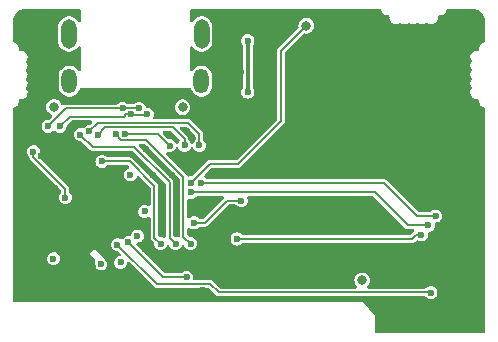
<source format=gbr>
%TF.GenerationSoftware,KiCad,Pcbnew,7.0.10*%
%TF.CreationDate,2024-04-07T01:49:58-04:00*%
%TF.ProjectId,pixie-rev-4,70697869-652d-4726-9576-2d342e6b6963,rev?*%
%TF.SameCoordinates,Original*%
%TF.FileFunction,Copper,L3,Inr*%
%TF.FilePolarity,Positive*%
%FSLAX46Y46*%
G04 Gerber Fmt 4.6, Leading zero omitted, Abs format (unit mm)*
G04 Created by KiCad (PCBNEW 7.0.10) date 2024-04-07 01:49:58*
%MOMM*%
%LPD*%
G01*
G04 APERTURE LIST*
%TA.AperFunction,ComponentPad*%
%ADD10O,1.300000X2.100000*%
%TD*%
%TA.AperFunction,ComponentPad*%
%ADD11O,1.300000X2.500000*%
%TD*%
%TA.AperFunction,ComponentPad*%
%ADD12R,0.900000X0.500000*%
%TD*%
%TA.AperFunction,ViaPad*%
%ADD13C,0.600000*%
%TD*%
%TA.AperFunction,ViaPad*%
%ADD14C,0.808000*%
%TD*%
%TA.AperFunction,Conductor*%
%ADD15C,0.150000*%
%TD*%
%TA.AperFunction,Conductor*%
%ADD16C,0.300000*%
%TD*%
G04 APERTURE END LIST*
D10*
%TO.N,unconnected-(J1-SHEILD-PadS1)*%
%TO.C,J1*%
X115980000Y-76100000D03*
D11*
%TO.N,unconnected-(J1-SHEILD-PadS2)*%
X116000000Y-72100000D03*
D10*
%TO.N,unconnected-(J1-SHEILD-PadS3)*%
X104780000Y-76100000D03*
D11*
%TO.N,unconnected-(J1-SHEILD-PadS4)*%
X104760000Y-72100000D03*
%TD*%
D12*
%TO.N,GND*%
%TO.C,AE1*%
X101500000Y-94550000D03*
%TD*%
D13*
%TO.N,GND*%
X105050000Y-82750000D03*
X105250000Y-91425000D03*
X101450000Y-83850000D03*
D14*
X128500000Y-72300000D03*
D13*
X114500000Y-94500000D03*
X100500000Y-92800000D03*
X102380498Y-78950000D03*
X116525500Y-90550000D03*
X120500000Y-79200000D03*
X100500000Y-89400000D03*
X117650000Y-90800000D03*
X100500000Y-87700000D03*
X104650000Y-83500000D03*
X132050000Y-88500000D03*
X100500000Y-80900000D03*
X106700000Y-91325000D03*
X105600000Y-94500000D03*
X115600000Y-94500000D03*
X108325000Y-87825000D03*
X139500000Y-96500000D03*
X102300000Y-93700000D03*
X113410000Y-80700000D03*
X138299999Y-70500000D03*
X107300000Y-85050000D03*
X102350000Y-83950000D03*
X139500000Y-83000000D03*
X100500000Y-91100000D03*
X120850000Y-83350000D03*
X106400000Y-77280000D03*
X102800000Y-89500000D03*
X131700000Y-92800000D03*
X111220000Y-90280000D03*
X110075000Y-94500000D03*
X113400000Y-94500000D03*
X118800000Y-83900000D03*
X101800000Y-89500000D03*
X104360000Y-91560000D03*
X101275000Y-88700000D03*
X108650000Y-92150000D03*
X118900000Y-87350000D03*
X100500000Y-93700000D03*
X104525000Y-92625000D03*
X103600000Y-92900000D03*
X105225000Y-92150000D03*
X102900000Y-84800000D03*
X139500000Y-94000000D03*
X106400000Y-86975000D03*
X118750000Y-82300000D03*
X100500000Y-86000000D03*
X128000000Y-78450000D03*
X116700000Y-94500000D03*
X102435500Y-81400000D03*
X128250000Y-83300000D03*
X104500000Y-94500000D03*
X100518219Y-94527124D03*
X107825000Y-92400000D03*
X108900000Y-94500000D03*
X107240000Y-92960000D03*
X102410355Y-82405576D03*
X108057133Y-89914906D03*
X104850000Y-81150000D03*
X105400000Y-83950000D03*
X104750000Y-81950000D03*
X125150000Y-90450000D03*
X103600000Y-85150000D03*
X111200000Y-93500000D03*
X126400000Y-94500000D03*
X130650000Y-72450000D03*
X105950000Y-93900000D03*
X103000000Y-93600000D03*
X100500000Y-84300000D03*
X107300000Y-85925000D03*
X124150000Y-75050000D03*
X102500000Y-90700000D03*
X120600000Y-70500000D03*
X104800000Y-74200000D03*
X107275000Y-86950000D03*
X106700000Y-94500000D03*
X116450000Y-79750000D03*
X108700000Y-93300000D03*
X139500000Y-72400000D03*
X125900000Y-70500000D03*
D14*
X118400000Y-71400000D03*
D13*
X130500000Y-82000000D03*
X111200000Y-94500000D03*
X124900000Y-83500000D03*
X127250000Y-86500000D03*
X101400000Y-93700000D03*
X109175000Y-85925000D03*
X120800000Y-91550000D03*
X114730000Y-80330000D03*
X102380498Y-80450000D03*
X115100000Y-87025000D03*
X100500000Y-70700000D03*
X105300000Y-89500000D03*
X135550000Y-92050000D03*
X129300000Y-91300000D03*
X107500000Y-91600000D03*
X124550000Y-79350000D03*
X119900000Y-94500000D03*
X118500000Y-92200000D03*
X111850000Y-84025000D03*
X109900000Y-92700000D03*
X123000000Y-91400000D03*
X139500000Y-90000000D03*
X102600000Y-94429978D03*
X103400000Y-70500000D03*
X108300000Y-85925000D03*
X116600000Y-77500000D03*
X106400000Y-85925000D03*
X112600000Y-87025000D03*
X132050000Y-95500000D03*
X111274204Y-81816717D03*
X130500000Y-74500000D03*
X104760000Y-90780000D03*
X116650000Y-81250000D03*
X124800000Y-88400000D03*
X109175000Y-86950000D03*
D14*
X126350000Y-92950000D03*
D13*
X103500000Y-88800000D03*
X121900000Y-73100000D03*
X115650000Y-79200000D03*
X104100000Y-82800000D03*
X123200000Y-86300000D03*
X120900000Y-87400000D03*
X112300000Y-94500000D03*
X116100000Y-93800000D03*
X105100000Y-79850000D03*
X105050000Y-94100000D03*
X103500000Y-81500000D03*
X106550000Y-93425000D03*
X117100000Y-74000000D03*
X113900000Y-87025000D03*
X114380000Y-77280000D03*
X108300000Y-85050000D03*
X105300000Y-88870000D03*
X119300000Y-75300000D03*
X130100000Y-70500000D03*
X113500000Y-84025000D03*
X116550000Y-86300000D03*
X107800000Y-94500000D03*
X128250000Y-88200000D03*
X139500000Y-87000000D03*
X108300000Y-86975000D03*
X103700000Y-86100000D03*
X139500000Y-80000000D03*
%TO.N,/SW_4*%
X135400000Y-94000000D03*
X108859122Y-89940878D03*
D14*
%TO.N,/PIXEL*%
X124850000Y-71400000D03*
D13*
X115100000Y-84700000D03*
%TO.N,/SW_3*%
X119000000Y-89450000D03*
X134600000Y-89100000D03*
D14*
%TO.N,5V*%
X129580000Y-92950000D03*
X103500000Y-78270000D03*
X114375000Y-78300000D03*
D13*
%TO.N,3V3*%
X111179617Y-87124045D03*
X109960000Y-84020000D03*
X109125000Y-91425000D03*
X110545000Y-89200000D03*
X103450000Y-91125000D03*
%TO.N,/MCU/CHIP_PU*%
X114720000Y-92700000D03*
X109800000Y-89750000D03*
%TO.N,/Power/USB_D+*%
X110700000Y-78400000D03*
X109300000Y-78400000D03*
X103000000Y-79900000D03*
%TO.N,/Power/USB_D-*%
X110000000Y-78900000D03*
X111400000Y-78900000D03*
X104000000Y-79900000D03*
%TO.N,/MCU/DISP_DC*%
X119350000Y-86200000D03*
X115350000Y-88083128D03*
%TO.N,/MCU/FLASH_CS0*%
X112515500Y-89850000D03*
X107550000Y-82875000D03*
%TO.N,/MCU/FLASH_IO0*%
X106475000Y-80340000D03*
X115805000Y-81530000D03*
%TO.N,/MCU/FLASH_IO2*%
X108720000Y-80580000D03*
X115055500Y-89850000D03*
%TO.N,/MCU/FLASH_CLK*%
X114550000Y-81525000D03*
X107225000Y-80610000D03*
%TO.N,/MCU/FLASH_IO1*%
X113785500Y-89850000D03*
X105730000Y-80610000D03*
%TO.N,/MCU/FLASH_IO3*%
X109480000Y-80521770D03*
X113275000Y-81540000D03*
%TO.N,Net-(J2-LEDK)*%
X119900000Y-72650000D03*
X119900000Y-77000000D03*
%TO.N,Net-(U4-U0TXD{slash}GPIO21)*%
X101750000Y-82050000D03*
X104450000Y-85950000D03*
%TO.N,/MCU/SW_1*%
X135800000Y-87500000D03*
X115975000Y-84700000D03*
%TO.N,/MCU/SW_2*%
X135200000Y-88300000D03*
X115100000Y-85500000D03*
%TD*%
D15*
%TO.N,/SW_4*%
X135375000Y-93975000D02*
X117425000Y-93975000D01*
X117425000Y-93975000D02*
X116725000Y-93275000D01*
X116725000Y-93275000D02*
X112193244Y-93275000D01*
X112193244Y-93275000D02*
X108859122Y-89940878D01*
X135400000Y-94000000D02*
X135375000Y-93975000D01*
%TO.N,/PIXEL*%
X124850000Y-71400000D02*
X122700000Y-73550000D01*
X119100000Y-83100000D02*
X116700000Y-83100000D01*
X122700000Y-73550000D02*
X122700000Y-79500000D01*
X116700000Y-83100000D02*
X115100000Y-84700000D01*
X122700000Y-79500000D02*
X119100000Y-83100000D01*
%TO.N,/SW_3*%
X133825000Y-89450000D02*
X134175000Y-89100000D01*
X134175000Y-89100000D02*
X134600000Y-89100000D01*
X119000000Y-89450000D02*
X133825000Y-89450000D01*
%TO.N,/MCU/CHIP_PU*%
X112750000Y-92700000D02*
X109800000Y-89750000D01*
X114720000Y-92700000D02*
X112750000Y-92700000D01*
%TO.N,/Power/USB_D+*%
X110675000Y-78375000D02*
X109325000Y-78375000D01*
X104114500Y-78785500D02*
X104114500Y-78775500D01*
X103000000Y-79900000D02*
X104114500Y-78785500D01*
X104114500Y-78775500D02*
X104490000Y-78400000D01*
X109325000Y-78375000D02*
X109300000Y-78400000D01*
X110700000Y-78400000D02*
X110675000Y-78375000D01*
X104490000Y-78400000D02*
X109300000Y-78400000D01*
%TO.N,/Power/USB_D-*%
X111375000Y-78925000D02*
X110025000Y-78925000D01*
X110025000Y-78925000D02*
X110000000Y-78900000D01*
X109390000Y-79090000D02*
X109580000Y-78900000D01*
X104000000Y-79900000D02*
X104810000Y-79090000D01*
X104810000Y-79090000D02*
X109390000Y-79090000D01*
X109580000Y-78900000D02*
X110000000Y-78900000D01*
X111400000Y-78900000D02*
X111375000Y-78925000D01*
%TO.N,/MCU/DISP_DC*%
X119350000Y-86200000D02*
X118150000Y-86200000D01*
X118150000Y-86200000D02*
X116266872Y-88083128D01*
X116266872Y-88083128D02*
X115350000Y-88083128D01*
%TO.N,/MCU/FLASH_CS0*%
X112000000Y-89334500D02*
X112000000Y-84975000D01*
X112000000Y-84975000D02*
X109900000Y-82875000D01*
X109900000Y-82875000D02*
X107550000Y-82875000D01*
X112515500Y-89850000D02*
X112000000Y-89334500D01*
%TO.N,/MCU/FLASH_IO0*%
X107190000Y-79625000D02*
X106475000Y-80340000D01*
X114835000Y-79625000D02*
X107190000Y-79625000D01*
X115805000Y-80595000D02*
X114835000Y-79625000D01*
X115805000Y-81530000D02*
X115805000Y-80595000D01*
%TO.N,/MCU/FLASH_IO2*%
X109186770Y-81046770D02*
X108720000Y-80580000D01*
X111296770Y-81046770D02*
X109186770Y-81046770D01*
X114450000Y-89244500D02*
X114450000Y-84200000D01*
X114450000Y-84200000D02*
X111296770Y-81046770D01*
X115055500Y-89850000D02*
X114450000Y-89244500D01*
%TO.N,/MCU/FLASH_CLK*%
X113546770Y-79996770D02*
X107838230Y-79996770D01*
X114550000Y-81000000D02*
X113546770Y-79996770D01*
X107838230Y-79996770D02*
X107225000Y-80610000D01*
X114550000Y-81525000D02*
X114550000Y-81000000D01*
%TO.N,/MCU/FLASH_IO1*%
X110300000Y-81675000D02*
X106795000Y-81675000D01*
X113275000Y-84650000D02*
X110300000Y-81675000D01*
X106795000Y-81675000D02*
X105730000Y-80610000D01*
X113785500Y-89850000D02*
X113275000Y-89339500D01*
X113275000Y-89339500D02*
X113275000Y-84650000D01*
%TO.N,/MCU/FLASH_IO3*%
X112256770Y-80521770D02*
X113275000Y-81540000D01*
X109480000Y-80521770D02*
X112256770Y-80521770D01*
D16*
%TO.N,Net-(J2-LEDK)*%
X119900000Y-77000000D02*
X119900000Y-72650000D01*
D15*
%TO.N,Net-(U4-U0TXD{slash}GPIO21)*%
X101750000Y-82500000D02*
X104450000Y-85200000D01*
X104450000Y-85200000D02*
X104450000Y-85950000D01*
X101750000Y-82050000D02*
X101750000Y-82500000D01*
%TO.N,/MCU/SW_1*%
X135800000Y-87500000D02*
X134200000Y-87500000D01*
X134200000Y-87500000D02*
X131400000Y-84700000D01*
X131400000Y-84700000D02*
X115975000Y-84700000D01*
%TO.N,/MCU/SW_2*%
X133450000Y-88300000D02*
X130650000Y-85500000D01*
X135200000Y-88300000D02*
X133450000Y-88300000D01*
X130650000Y-85500000D02*
X115100000Y-85500000D01*
%TD*%
%TA.AperFunction,Conductor*%
%TO.N,GND*%
G36*
X111176218Y-81396272D02*
G01*
X111197192Y-81413175D01*
X114083595Y-84299578D01*
X114117621Y-84361890D01*
X114120500Y-84388673D01*
X114120500Y-89200002D01*
X114100498Y-89268123D01*
X114046842Y-89314616D01*
X113976568Y-89324720D01*
X113946284Y-89316412D01*
X113930252Y-89309771D01*
X113785501Y-89290715D01*
X113785500Y-89290715D01*
X113764650Y-89293459D01*
X113694502Y-89282516D01*
X113659114Y-89257631D01*
X113641405Y-89239922D01*
X113607379Y-89177610D01*
X113604500Y-89150827D01*
X113604500Y-84669869D01*
X113604980Y-84658886D01*
X113608309Y-84620839D01*
X113608308Y-84620836D01*
X113598419Y-84583930D01*
X113596039Y-84573193D01*
X113589406Y-84535570D01*
X113587486Y-84530296D01*
X113580599Y-84513668D01*
X113578235Y-84508598D01*
X113556316Y-84477296D01*
X113550417Y-84468037D01*
X113531305Y-84434934D01*
X113502024Y-84410364D01*
X113493922Y-84402939D01*
X110682348Y-81591365D01*
X110648322Y-81529053D01*
X110653387Y-81458238D01*
X110695934Y-81401402D01*
X110762454Y-81376591D01*
X110771443Y-81376270D01*
X111108097Y-81376270D01*
X111176218Y-81396272D01*
G37*
%TD.AperFunction*%
%TA.AperFunction,Conductor*%
G36*
X117818447Y-85849502D02*
G01*
X117864940Y-85903158D01*
X117875044Y-85973432D01*
X117845550Y-86038012D01*
X117839421Y-86044595D01*
X116167294Y-87716723D01*
X116104982Y-87750748D01*
X116078199Y-87753628D01*
X115858234Y-87753628D01*
X115790113Y-87733626D01*
X115758272Y-87704333D01*
X115745474Y-87687654D01*
X115745472Y-87687652D01*
X115745471Y-87687651D01*
X115629649Y-87598777D01*
X115629641Y-87598772D01*
X115494752Y-87542899D01*
X115350000Y-87523843D01*
X115205247Y-87542899D01*
X115137802Y-87570836D01*
X115070358Y-87598773D01*
X115070357Y-87598774D01*
X115070356Y-87598774D01*
X114982204Y-87666416D01*
X114915983Y-87692016D01*
X114846435Y-87677751D01*
X114795639Y-87628150D01*
X114779500Y-87566453D01*
X114779500Y-86156003D01*
X114799502Y-86087882D01*
X114853158Y-86041389D01*
X114923432Y-86031285D01*
X114953717Y-86039595D01*
X114955246Y-86040228D01*
X115100000Y-86059285D01*
X115244754Y-86040228D01*
X115379643Y-85984355D01*
X115495474Y-85895474D01*
X115508272Y-85878795D01*
X115565609Y-85836929D01*
X115608234Y-85829500D01*
X117750326Y-85829500D01*
X117818447Y-85849502D01*
G37*
%TD.AperFunction*%
%TA.AperFunction,Conductor*%
G36*
X113426218Y-80346272D02*
G01*
X113447192Y-80363175D01*
X114102014Y-81017997D01*
X114136040Y-81080309D01*
X114130975Y-81151124D01*
X114112883Y-81183794D01*
X114065648Y-81245352D01*
X114065642Y-81245363D01*
X114025801Y-81341547D01*
X113981253Y-81396828D01*
X113913889Y-81419248D01*
X113845098Y-81401689D01*
X113796720Y-81349727D01*
X113792993Y-81341568D01*
X113759355Y-81260358D01*
X113670474Y-81144526D01*
X113670472Y-81144524D01*
X113670471Y-81144523D01*
X113554649Y-81055649D01*
X113554641Y-81055644D01*
X113419752Y-80999771D01*
X113275001Y-80980715D01*
X113275000Y-80980715D01*
X113254150Y-80983459D01*
X113184002Y-80972516D01*
X113148614Y-80947631D01*
X112742348Y-80541365D01*
X112708322Y-80479053D01*
X112713387Y-80408238D01*
X112755934Y-80351402D01*
X112822454Y-80326591D01*
X112831443Y-80326270D01*
X113358097Y-80326270D01*
X113426218Y-80346272D01*
G37*
%TD.AperFunction*%
%TA.AperFunction,Conductor*%
G36*
X114714448Y-79974502D02*
G01*
X114735422Y-79991405D01*
X115438595Y-80694578D01*
X115472621Y-80756890D01*
X115475500Y-80783673D01*
X115475500Y-81021766D01*
X115455498Y-81089887D01*
X115426208Y-81121725D01*
X115416046Y-81129523D01*
X115409526Y-81134526D01*
X115320646Y-81250356D01*
X115320643Y-81250361D01*
X115294943Y-81312406D01*
X115250394Y-81367686D01*
X115183030Y-81390106D01*
X115114239Y-81372547D01*
X115065862Y-81320584D01*
X115062127Y-81312406D01*
X115034355Y-81245358D01*
X115034351Y-81245353D01*
X115034350Y-81245351D01*
X114975982Y-81169285D01*
X114945474Y-81129526D01*
X114944046Y-81128430D01*
X114929047Y-81116920D01*
X114887181Y-81059581D01*
X114880234Y-81005979D01*
X114883309Y-80970839D01*
X114873418Y-80933927D01*
X114871039Y-80923193D01*
X114864406Y-80885570D01*
X114862486Y-80880296D01*
X114855599Y-80863668D01*
X114853235Y-80858598D01*
X114831316Y-80827296D01*
X114825417Y-80818037D01*
X114806305Y-80784934D01*
X114777024Y-80760364D01*
X114768922Y-80752939D01*
X114185578Y-80169595D01*
X114151552Y-80107283D01*
X114156617Y-80036468D01*
X114199164Y-79979632D01*
X114265684Y-79954821D01*
X114274673Y-79954500D01*
X114646327Y-79954500D01*
X114714448Y-79974502D01*
G37*
%TD.AperFunction*%
%TA.AperFunction,Conductor*%
G36*
X105701621Y-70020502D02*
G01*
X105748114Y-70074158D01*
X105759500Y-70126500D01*
X105759500Y-70951947D01*
X105739498Y-71020068D01*
X105685842Y-71066561D01*
X105615568Y-71076665D01*
X105550988Y-71047171D01*
X105524381Y-71014948D01*
X105518925Y-71005498D01*
X105495786Y-70965420D01*
X105368562Y-70824123D01*
X105252862Y-70740062D01*
X105214741Y-70712365D01*
X105041045Y-70635031D01*
X104855067Y-70595500D01*
X104664933Y-70595500D01*
X104478954Y-70635031D01*
X104305258Y-70712365D01*
X104151438Y-70824122D01*
X104024215Y-70965418D01*
X104024214Y-70965420D01*
X104001075Y-71005498D01*
X103929148Y-71130077D01*
X103870391Y-71310908D01*
X103855500Y-71452593D01*
X103855500Y-72747406D01*
X103870391Y-72889091D01*
X103888185Y-72943854D01*
X103927872Y-73065997D01*
X103929148Y-73069922D01*
X103941885Y-73091982D01*
X104024214Y-73234580D01*
X104151438Y-73375877D01*
X104305259Y-73487635D01*
X104478955Y-73564969D01*
X104664933Y-73604500D01*
X104855067Y-73604500D01*
X105041045Y-73564969D01*
X105214741Y-73487635D01*
X105368562Y-73375877D01*
X105495786Y-73234580D01*
X105524381Y-73185051D01*
X105575764Y-73136059D01*
X105645477Y-73122623D01*
X105711388Y-73149009D01*
X105752570Y-73206842D01*
X105759500Y-73248052D01*
X105759500Y-75117306D01*
X105739498Y-75185427D01*
X105685842Y-75231920D01*
X105615568Y-75242024D01*
X105550988Y-75212530D01*
X105524382Y-75180309D01*
X105515786Y-75165420D01*
X105388562Y-75024123D01*
X105336207Y-74986085D01*
X105234741Y-74912365D01*
X105061045Y-74835031D01*
X104875067Y-74795500D01*
X104684933Y-74795500D01*
X104498954Y-74835031D01*
X104325258Y-74912365D01*
X104171438Y-75024122D01*
X104044215Y-75165418D01*
X104044214Y-75165420D01*
X104035618Y-75180309D01*
X103949148Y-75330077D01*
X103890391Y-75510908D01*
X103875500Y-75652593D01*
X103875500Y-76547406D01*
X103890391Y-76689091D01*
X103910552Y-76751139D01*
X103949147Y-76869920D01*
X104044214Y-77034580D01*
X104171438Y-77175877D01*
X104325259Y-77287635D01*
X104498955Y-77364969D01*
X104684933Y-77404500D01*
X104875067Y-77404500D01*
X105061045Y-77364969D01*
X105234741Y-77287635D01*
X105388562Y-77175877D01*
X105515786Y-77034580D01*
X105610853Y-76869920D01*
X105653848Y-76737594D01*
X105693922Y-76678989D01*
X105737176Y-76660709D01*
X105736924Y-76660098D01*
X105736982Y-76660074D01*
X105740186Y-76659437D01*
X105759318Y-76651352D01*
X105773604Y-76650531D01*
X105785023Y-76650524D01*
X105785023Y-76650526D01*
X105785158Y-76650500D01*
X114974842Y-76650500D01*
X114974976Y-76650526D01*
X114974977Y-76650524D01*
X114986395Y-76650531D01*
X115010095Y-76657505D01*
X115023018Y-76660074D01*
X115023076Y-76660098D01*
X115022623Y-76661192D01*
X115054504Y-76670575D01*
X115100964Y-76724259D01*
X115106151Y-76737594D01*
X115110552Y-76751139D01*
X115149147Y-76869920D01*
X115244214Y-77034580D01*
X115371438Y-77175877D01*
X115525259Y-77287635D01*
X115698955Y-77364969D01*
X115884933Y-77404500D01*
X116075067Y-77404500D01*
X116261045Y-77364969D01*
X116434741Y-77287635D01*
X116588562Y-77175877D01*
X116715786Y-77034580D01*
X116735751Y-77000000D01*
X119340715Y-77000000D01*
X119359771Y-77144752D01*
X119415644Y-77279641D01*
X119415649Y-77279649D01*
X119504525Y-77395474D01*
X119616042Y-77481044D01*
X119620357Y-77484355D01*
X119755246Y-77540228D01*
X119900000Y-77559285D01*
X120044754Y-77540228D01*
X120179643Y-77484355D01*
X120295474Y-77395474D01*
X120384355Y-77279643D01*
X120440228Y-77144754D01*
X120459285Y-77000000D01*
X120440228Y-76855246D01*
X120384355Y-76720358D01*
X120384350Y-76720351D01*
X120330537Y-76650219D01*
X120304937Y-76583998D01*
X120304500Y-76573516D01*
X120304500Y-73076482D01*
X120324502Y-73008361D01*
X120330529Y-72999788D01*
X120384355Y-72929643D01*
X120440228Y-72794754D01*
X120459285Y-72650000D01*
X120440228Y-72505246D01*
X120384355Y-72370358D01*
X120295474Y-72254526D01*
X120295472Y-72254524D01*
X120295471Y-72254523D01*
X120179649Y-72165649D01*
X120179641Y-72165644D01*
X120044752Y-72109771D01*
X119900000Y-72090715D01*
X119755247Y-72109771D01*
X119687802Y-72137708D01*
X119620358Y-72165645D01*
X119620357Y-72165646D01*
X119620356Y-72165646D01*
X119504526Y-72254526D01*
X119415646Y-72370356D01*
X119415645Y-72370358D01*
X119387708Y-72437802D01*
X119359771Y-72505247D01*
X119340715Y-72649999D01*
X119340715Y-72650000D01*
X119359771Y-72794752D01*
X119392403Y-72873531D01*
X119415645Y-72929643D01*
X119469462Y-72999778D01*
X119495063Y-73065997D01*
X119495500Y-73076482D01*
X119495500Y-76573516D01*
X119475498Y-76641637D01*
X119469463Y-76650219D01*
X119415649Y-76720351D01*
X119415646Y-76720356D01*
X119415645Y-76720358D01*
X119402895Y-76751139D01*
X119359771Y-76855247D01*
X119340715Y-76999999D01*
X119340715Y-77000000D01*
X116735751Y-77000000D01*
X116810853Y-76869920D01*
X116869608Y-76689092D01*
X116884500Y-76547401D01*
X116884500Y-75652599D01*
X116869608Y-75510908D01*
X116810853Y-75330080D01*
X116715786Y-75165420D01*
X116588562Y-75024123D01*
X116536207Y-74986085D01*
X116434741Y-74912365D01*
X116261045Y-74835031D01*
X116075067Y-74795500D01*
X115884933Y-74795500D01*
X115698954Y-74835031D01*
X115525258Y-74912365D01*
X115371438Y-75024122D01*
X115244215Y-75165418D01*
X115244214Y-75165420D01*
X115235618Y-75180309D01*
X115184234Y-75229301D01*
X115114520Y-75242735D01*
X115048609Y-75216347D01*
X115007429Y-75158514D01*
X115000500Y-75117306D01*
X115000500Y-73248052D01*
X115020502Y-73179931D01*
X115074158Y-73133438D01*
X115144432Y-73123334D01*
X115209012Y-73152828D01*
X115235618Y-73185051D01*
X115264214Y-73234580D01*
X115391438Y-73375877D01*
X115545259Y-73487635D01*
X115718955Y-73564969D01*
X115904933Y-73604500D01*
X116095067Y-73604500D01*
X116281045Y-73564969D01*
X116454741Y-73487635D01*
X116608562Y-73375877D01*
X116735786Y-73234580D01*
X116830853Y-73069920D01*
X116889608Y-72889092D01*
X116904500Y-72747401D01*
X116904500Y-71452599D01*
X116889608Y-71310908D01*
X116830853Y-71130080D01*
X116735786Y-70965420D01*
X116608562Y-70824123D01*
X116492862Y-70740062D01*
X116454741Y-70712365D01*
X116281045Y-70635031D01*
X116095067Y-70595500D01*
X115904933Y-70595500D01*
X115718954Y-70635031D01*
X115545258Y-70712365D01*
X115391438Y-70824122D01*
X115264215Y-70965418D01*
X115264214Y-70965419D01*
X115235619Y-71014948D01*
X115184235Y-71063941D01*
X115114522Y-71077376D01*
X115048611Y-71050989D01*
X115007430Y-70993156D01*
X115000500Y-70951947D01*
X115000500Y-70126500D01*
X115020502Y-70058379D01*
X115074158Y-70011886D01*
X115126500Y-70000500D01*
X131085295Y-70000500D01*
X131153416Y-70020502D01*
X131199909Y-70074158D01*
X131207000Y-70093885D01*
X131222942Y-70153378D01*
X131233607Y-70193183D01*
X131233610Y-70193190D01*
X131299497Y-70307310D01*
X131299505Y-70307320D01*
X131392679Y-70400494D01*
X131392684Y-70400498D01*
X131392686Y-70400500D01*
X131392687Y-70400501D01*
X131392689Y-70400502D01*
X131433294Y-70423945D01*
X131506814Y-70466392D01*
X131634108Y-70500500D01*
X131634110Y-70500500D01*
X131774150Y-70500500D01*
X131774150Y-70503335D01*
X131830649Y-70512134D01*
X131883758Y-70559251D01*
X131902962Y-70627601D01*
X131902677Y-70634726D01*
X131897367Y-70712365D01*
X131895619Y-70737921D01*
X131926408Y-70886085D01*
X131926409Y-70886088D01*
X131996028Y-71020445D01*
X131996030Y-71020448D01*
X132050975Y-71079280D01*
X132099320Y-71131044D01*
X132171239Y-71174779D01*
X132228618Y-71209672D01*
X132374333Y-71250500D01*
X132374335Y-71250500D01*
X132487658Y-71250500D01*
X132487671Y-71250499D01*
X132599915Y-71235071D01*
X132599916Y-71235070D01*
X132599920Y-71235070D01*
X132738720Y-71174780D01*
X132747797Y-71167395D01*
X132813259Y-71139919D01*
X132883186Y-71152196D01*
X132892784Y-71157475D01*
X132978618Y-71209672D01*
X133124333Y-71250500D01*
X133124335Y-71250500D01*
X133237658Y-71250500D01*
X133237671Y-71250499D01*
X133349915Y-71235071D01*
X133349916Y-71235070D01*
X133349920Y-71235070D01*
X133488720Y-71174780D01*
X133497797Y-71167395D01*
X133563259Y-71139919D01*
X133633186Y-71152196D01*
X133642784Y-71157475D01*
X133728618Y-71209672D01*
X133874333Y-71250500D01*
X133874335Y-71250500D01*
X133987658Y-71250500D01*
X133987671Y-71250499D01*
X134099915Y-71235071D01*
X134099916Y-71235070D01*
X134099920Y-71235070D01*
X134238720Y-71174780D01*
X134247797Y-71167395D01*
X134313259Y-71139919D01*
X134383186Y-71152196D01*
X134392784Y-71157475D01*
X134478618Y-71209672D01*
X134624333Y-71250500D01*
X134624335Y-71250500D01*
X134737658Y-71250500D01*
X134737671Y-71250499D01*
X134849915Y-71235071D01*
X134849916Y-71235070D01*
X134849920Y-71235070D01*
X134988720Y-71174780D01*
X134997797Y-71167395D01*
X135063259Y-71139919D01*
X135133186Y-71152196D01*
X135142784Y-71157475D01*
X135228618Y-71209672D01*
X135374333Y-71250500D01*
X135374335Y-71250500D01*
X135487658Y-71250500D01*
X135487671Y-71250499D01*
X135599915Y-71235071D01*
X135599916Y-71235070D01*
X135599920Y-71235070D01*
X135738720Y-71174780D01*
X135738721Y-71174778D01*
X135738723Y-71174778D01*
X135738725Y-71174776D01*
X135759991Y-71157475D01*
X135856108Y-71079278D01*
X135943377Y-70955647D01*
X135994054Y-70813056D01*
X136004381Y-70662079D01*
X136002310Y-70652112D01*
X136008033Y-70581347D01*
X136051107Y-70524910D01*
X136117855Y-70500719D01*
X136125850Y-70501012D01*
X136125850Y-70500500D01*
X136265890Y-70500500D01*
X136265892Y-70500500D01*
X136393186Y-70466392D01*
X136507314Y-70400500D01*
X136600500Y-70307314D01*
X136666392Y-70193186D01*
X136692998Y-70093888D01*
X136729950Y-70033266D01*
X136793810Y-70002245D01*
X136814705Y-70000500D01*
X138994493Y-70000500D01*
X139005474Y-70000979D01*
X139013300Y-70001663D01*
X139044887Y-70004427D01*
X139046124Y-70004542D01*
X139171603Y-70016901D01*
X139191847Y-70020584D01*
X139256419Y-70037886D01*
X139260252Y-70038981D01*
X139351432Y-70066640D01*
X139368092Y-70073014D01*
X139426329Y-70100171D01*
X139433794Y-70103652D01*
X139439939Y-70106724D01*
X139518940Y-70148951D01*
X139531812Y-70156858D01*
X139543337Y-70164928D01*
X139592829Y-70199583D01*
X139600491Y-70205396D01*
X139668383Y-70261113D01*
X139677545Y-70269418D01*
X139730580Y-70322453D01*
X139738885Y-70331615D01*
X139794602Y-70399507D01*
X139800415Y-70407169D01*
X139843138Y-70468183D01*
X139851047Y-70481058D01*
X139893274Y-70560059D01*
X139896346Y-70566204D01*
X139926982Y-70631902D01*
X139933362Y-70648577D01*
X139960996Y-70739674D01*
X139962129Y-70743640D01*
X139979412Y-70808144D01*
X139983098Y-70828404D01*
X139995456Y-70953874D01*
X139995583Y-70955239D01*
X139999020Y-70994513D01*
X139999500Y-71005498D01*
X139999500Y-72686260D01*
X139979498Y-72754381D01*
X139925842Y-72800874D01*
X139901540Y-72809100D01*
X139833655Y-72824595D01*
X139833650Y-72824596D01*
X139833649Y-72824597D01*
X139833647Y-72824597D01*
X139833644Y-72824599D01*
X139732037Y-72873530D01*
X139732035Y-72873531D01*
X139643854Y-72943854D01*
X139573531Y-73032035D01*
X139573530Y-73032037D01*
X139524599Y-73133644D01*
X139524597Y-73133649D01*
X139499500Y-73243605D01*
X139499500Y-73356394D01*
X139499838Y-73359395D01*
X139499500Y-73361324D01*
X139499500Y-73363469D01*
X139499124Y-73363469D01*
X139487587Y-73429327D01*
X139439473Y-73481534D01*
X139374630Y-73499500D01*
X139262328Y-73499500D01*
X139150084Y-73514928D01*
X139011276Y-73575221D01*
X139011274Y-73575223D01*
X138893894Y-73670719D01*
X138893891Y-73670722D01*
X138806623Y-73794351D01*
X138806621Y-73794356D01*
X138755946Y-73936942D01*
X138755945Y-73936948D01*
X138745619Y-74087918D01*
X138745619Y-74087921D01*
X138761233Y-74163057D01*
X138776409Y-74236088D01*
X138846061Y-74370509D01*
X138859642Y-74440195D01*
X138837127Y-74501139D01*
X138806621Y-74544356D01*
X138755946Y-74686942D01*
X138755945Y-74686948D01*
X138745817Y-74835031D01*
X138745619Y-74837921D01*
X138761233Y-74913057D01*
X138776409Y-74986088D01*
X138846061Y-75120509D01*
X138859642Y-75190195D01*
X138837127Y-75251139D01*
X138806621Y-75294356D01*
X138755946Y-75436942D01*
X138755945Y-75436948D01*
X138745619Y-75587919D01*
X138745619Y-75587921D01*
X138761233Y-75663057D01*
X138776409Y-75736088D01*
X138846061Y-75870509D01*
X138859642Y-75940195D01*
X138837127Y-76001139D01*
X138806621Y-76044356D01*
X138755946Y-76186942D01*
X138755945Y-76186948D01*
X138745619Y-76337919D01*
X138745619Y-76337921D01*
X138761233Y-76413057D01*
X138776409Y-76486088D01*
X138846061Y-76620509D01*
X138859642Y-76690195D01*
X138837127Y-76751139D01*
X138806621Y-76794356D01*
X138755946Y-76936942D01*
X138755945Y-76936948D01*
X138745619Y-77087918D01*
X138745619Y-77087921D01*
X138776408Y-77236085D01*
X138776409Y-77236088D01*
X138846028Y-77370445D01*
X138846030Y-77370448D01*
X138900975Y-77429280D01*
X138949320Y-77481044D01*
X139021241Y-77524780D01*
X139078618Y-77559672D01*
X139224333Y-77600500D01*
X139224335Y-77600500D01*
X139337658Y-77600500D01*
X139337668Y-77600499D01*
X139357917Y-77597716D01*
X139428127Y-77608255D01*
X139481493Y-77655080D01*
X139501073Y-77723323D01*
X139500284Y-77736639D01*
X139499500Y-77743602D01*
X139499500Y-77856394D01*
X139524597Y-77966350D01*
X139524599Y-77966355D01*
X139573530Y-78067962D01*
X139573531Y-78067964D01*
X139573532Y-78067965D01*
X139573533Y-78067967D01*
X139643854Y-78156146D01*
X139732033Y-78226467D01*
X139833649Y-78275403D01*
X139901538Y-78290898D01*
X139963500Y-78325557D01*
X139996887Y-78388214D01*
X139999500Y-78413739D01*
X139999500Y-97274310D01*
X139979498Y-97342431D01*
X139925842Y-97388924D01*
X139873695Y-97400310D01*
X133620230Y-97409999D01*
X133619604Y-97409998D01*
X130825569Y-97400430D01*
X130757517Y-97380195D01*
X130711208Y-97326380D01*
X130700000Y-97274431D01*
X130700000Y-95950000D01*
X130699999Y-95949999D01*
X129650001Y-94800000D01*
X129650000Y-94800000D01*
X100126500Y-94800000D01*
X100058379Y-94779998D01*
X100011886Y-94726342D01*
X100000500Y-94674000D01*
X100000500Y-91125000D01*
X102890715Y-91125000D01*
X102909771Y-91269752D01*
X102965644Y-91404641D01*
X102965649Y-91404649D01*
X103054525Y-91520474D01*
X103118748Y-91569754D01*
X103170357Y-91609355D01*
X103305246Y-91665228D01*
X103450000Y-91684285D01*
X103594754Y-91665228D01*
X103729643Y-91609355D01*
X103845474Y-91520474D01*
X103934355Y-91404643D01*
X103990228Y-91269754D01*
X104009285Y-91125000D01*
X104004815Y-91091050D01*
X103990228Y-90980247D01*
X103990228Y-90980246D01*
X103934355Y-90845358D01*
X103845474Y-90729526D01*
X103845472Y-90729524D01*
X103845471Y-90729523D01*
X103789745Y-90686763D01*
X106488235Y-90686763D01*
X106964449Y-91177792D01*
X106997516Y-91240618D01*
X107000000Y-91265513D01*
X107000000Y-91600006D01*
X107020252Y-91740859D01*
X107020254Y-91740866D01*
X107079373Y-91870320D01*
X107172570Y-91977875D01*
X107292292Y-92054816D01*
X107408551Y-92088952D01*
X107428839Y-92094910D01*
X107428840Y-92094910D01*
X107428843Y-92094911D01*
X107428846Y-92094911D01*
X107571154Y-92094911D01*
X107571157Y-92094911D01*
X107707708Y-92054816D01*
X107827430Y-91977875D01*
X107920627Y-91870320D01*
X107979746Y-91740866D01*
X107984955Y-91704641D01*
X108000000Y-91600003D01*
X108000000Y-91599996D01*
X107979747Y-91459140D01*
X107979746Y-91459139D01*
X107979746Y-91459134D01*
X107967011Y-91431250D01*
X107960811Y-91388122D01*
X107941038Y-91364122D01*
X107923670Y-91336343D01*
X107920627Y-91329681D01*
X107920626Y-91329679D01*
X107827430Y-91222125D01*
X107823596Y-91218803D01*
X107808864Y-91203700D01*
X107716058Y-91091058D01*
X107716051Y-91091050D01*
X106912499Y-90262499D01*
X106488235Y-90686763D01*
X103789745Y-90686763D01*
X103729649Y-90640649D01*
X103729641Y-90640644D01*
X103594752Y-90584771D01*
X103450000Y-90565715D01*
X103305247Y-90584771D01*
X103237802Y-90612708D01*
X103170358Y-90640645D01*
X103170357Y-90640646D01*
X103170356Y-90640646D01*
X103054526Y-90729526D01*
X102965646Y-90845356D01*
X102965645Y-90845358D01*
X102949319Y-90884772D01*
X102909771Y-90980247D01*
X102890715Y-91124999D01*
X102890715Y-91125000D01*
X100000500Y-91125000D01*
X100000500Y-89940878D01*
X108299837Y-89940878D01*
X108318893Y-90085630D01*
X108374766Y-90220519D01*
X108374771Y-90220527D01*
X108463647Y-90336352D01*
X108558695Y-90409285D01*
X108579479Y-90425233D01*
X108714368Y-90481106D01*
X108859122Y-90500163D01*
X108859123Y-90500163D01*
X108863745Y-90499554D01*
X108879961Y-90497419D01*
X108950109Y-90508355D01*
X108985506Y-90533245D01*
X109114858Y-90662597D01*
X109148884Y-90724909D01*
X109143819Y-90795724D01*
X109101272Y-90852560D01*
X109042210Y-90876614D01*
X108980247Y-90884771D01*
X108912802Y-90912708D01*
X108845358Y-90940645D01*
X108845357Y-90940646D01*
X108845356Y-90940646D01*
X108729526Y-91029526D01*
X108640646Y-91145356D01*
X108640645Y-91145358D01*
X108616479Y-91203700D01*
X108584771Y-91280247D01*
X108565715Y-91424999D01*
X108565715Y-91425000D01*
X108584771Y-91569752D01*
X108640644Y-91704641D01*
X108640649Y-91704649D01*
X108729525Y-91820474D01*
X108794487Y-91870321D01*
X108845357Y-91909355D01*
X108980246Y-91965228D01*
X109125000Y-91984285D01*
X109269754Y-91965228D01*
X109404643Y-91909355D01*
X109520474Y-91820474D01*
X109609355Y-91704643D01*
X109665228Y-91569754D01*
X109673385Y-91507790D01*
X109702107Y-91442864D01*
X109761372Y-91403772D01*
X109832363Y-91402927D01*
X109887402Y-91435142D01*
X111946189Y-93493929D01*
X111953615Y-93502032D01*
X111965041Y-93515649D01*
X111978178Y-93531305D01*
X112011262Y-93550406D01*
X112020529Y-93556310D01*
X112051844Y-93578236D01*
X112056893Y-93580590D01*
X112073562Y-93587494D01*
X112078813Y-93589406D01*
X112105326Y-93594080D01*
X112116441Y-93596039D01*
X112127170Y-93598418D01*
X112164084Y-93608310D01*
X112199273Y-93605231D01*
X112202160Y-93604979D01*
X112213139Y-93604500D01*
X116536327Y-93604500D01*
X116604448Y-93624502D01*
X116625422Y-93641405D01*
X117177939Y-94193922D01*
X117185366Y-94202026D01*
X117209934Y-94231305D01*
X117243037Y-94250417D01*
X117252296Y-94256316D01*
X117283598Y-94278235D01*
X117288668Y-94280599D01*
X117305296Y-94287486D01*
X117310563Y-94289403D01*
X117310566Y-94289405D01*
X117310568Y-94289405D01*
X117310570Y-94289406D01*
X117329186Y-94292688D01*
X117348199Y-94296040D01*
X117358927Y-94298418D01*
X117395839Y-94308309D01*
X117433903Y-94304979D01*
X117444883Y-94304500D01*
X134872583Y-94304500D01*
X134940704Y-94324502D01*
X134972543Y-94353793D01*
X135004526Y-94395474D01*
X135004528Y-94395476D01*
X135120350Y-94484350D01*
X135120357Y-94484355D01*
X135255246Y-94540228D01*
X135400000Y-94559285D01*
X135544754Y-94540228D01*
X135679643Y-94484355D01*
X135795474Y-94395474D01*
X135884355Y-94279643D01*
X135940228Y-94144754D01*
X135959285Y-94000000D01*
X135940228Y-93855246D01*
X135884355Y-93720358D01*
X135795474Y-93604526D01*
X135795472Y-93604524D01*
X135795471Y-93604523D01*
X135679649Y-93515649D01*
X135679641Y-93515644D01*
X135544752Y-93459771D01*
X135400000Y-93440715D01*
X135255247Y-93459771D01*
X135193539Y-93485332D01*
X135120358Y-93515645D01*
X135120357Y-93515646D01*
X135120356Y-93515646D01*
X135004519Y-93604531D01*
X135000456Y-93608595D01*
X134938144Y-93642621D01*
X134911361Y-93645500D01*
X130120205Y-93645500D01*
X130052084Y-93625498D01*
X130005591Y-93571842D01*
X129995487Y-93501568D01*
X130024981Y-93436988D01*
X130036645Y-93425193D01*
X130076514Y-93389873D01*
X130167355Y-93258268D01*
X130224061Y-93108747D01*
X130230457Y-93056076D01*
X130243336Y-92950002D01*
X130243336Y-92949997D01*
X130224062Y-92791257D01*
X130224061Y-92791253D01*
X130189453Y-92700000D01*
X130167355Y-92641732D01*
X130076514Y-92510127D01*
X129956818Y-92404085D01*
X129956817Y-92404084D01*
X129956813Y-92404082D01*
X129815220Y-92329769D01*
X129659957Y-92291500D01*
X129659956Y-92291500D01*
X129500044Y-92291500D01*
X129500042Y-92291500D01*
X129344779Y-92329769D01*
X129203186Y-92404082D01*
X129203182Y-92404084D01*
X129083484Y-92510128D01*
X128992647Y-92641728D01*
X128992644Y-92641734D01*
X128935938Y-92791253D01*
X128935937Y-92791257D01*
X128916664Y-92949997D01*
X128916664Y-92950002D01*
X128935937Y-93108742D01*
X128935938Y-93108746D01*
X128992644Y-93258265D01*
X128992647Y-93258271D01*
X129083484Y-93389871D01*
X129083485Y-93389872D01*
X129083486Y-93389873D01*
X129123350Y-93425189D01*
X129161074Y-93485332D01*
X129160294Y-93556324D01*
X129121256Y-93615625D01*
X129056355Y-93644407D01*
X129039795Y-93645500D01*
X117613673Y-93645500D01*
X117545552Y-93625498D01*
X117524578Y-93608595D01*
X116972059Y-93056076D01*
X116964633Y-93047973D01*
X116963229Y-93046300D01*
X116940066Y-93018695D01*
X116906966Y-92999584D01*
X116897700Y-92993681D01*
X116866397Y-92971762D01*
X116861367Y-92969416D01*
X116844664Y-92962498D01*
X116839430Y-92960593D01*
X116801798Y-92953957D01*
X116791071Y-92951579D01*
X116754164Y-92941690D01*
X116754158Y-92941690D01*
X116727818Y-92943994D01*
X116716099Y-92945020D01*
X116705118Y-92945500D01*
X115390640Y-92945500D01*
X115322519Y-92925498D01*
X115276026Y-92871842D01*
X115265718Y-92803054D01*
X115279285Y-92700000D01*
X115279285Y-92699999D01*
X115260228Y-92555247D01*
X115241539Y-92510128D01*
X115204355Y-92420358D01*
X115115474Y-92304526D01*
X115115472Y-92304524D01*
X115115471Y-92304523D01*
X114999649Y-92215649D01*
X114999641Y-92215644D01*
X114864752Y-92159771D01*
X114720000Y-92140715D01*
X114575247Y-92159771D01*
X114507802Y-92187708D01*
X114440358Y-92215645D01*
X114440357Y-92215646D01*
X114440356Y-92215646D01*
X114341502Y-92291500D01*
X114324526Y-92304526D01*
X114311727Y-92321204D01*
X114254391Y-92363071D01*
X114211766Y-92370500D01*
X112938673Y-92370500D01*
X112870552Y-92350498D01*
X112849578Y-92333595D01*
X110487315Y-89971332D01*
X110453289Y-89909020D01*
X110458354Y-89838205D01*
X110500901Y-89781369D01*
X110559964Y-89757315D01*
X110615527Y-89750000D01*
X110689754Y-89740228D01*
X110824643Y-89684355D01*
X110940474Y-89595474D01*
X111029355Y-89479643D01*
X111085228Y-89344754D01*
X111104285Y-89200000D01*
X111100382Y-89170357D01*
X111091120Y-89099999D01*
X111085228Y-89055246D01*
X111029355Y-88920358D01*
X110940474Y-88804526D01*
X110940472Y-88804524D01*
X110940471Y-88804523D01*
X110824649Y-88715649D01*
X110824641Y-88715644D01*
X110689752Y-88659771D01*
X110545000Y-88640715D01*
X110400247Y-88659771D01*
X110332802Y-88687708D01*
X110265358Y-88715645D01*
X110265357Y-88715646D01*
X110265356Y-88715646D01*
X110149526Y-88804526D01*
X110060646Y-88920356D01*
X110060645Y-88920358D01*
X110004772Y-89055246D01*
X110004772Y-89055247D01*
X110000198Y-89089986D01*
X109971474Y-89154913D01*
X109912209Y-89194004D01*
X109858830Y-89198460D01*
X109800000Y-89190715D01*
X109655247Y-89209771D01*
X109610564Y-89228280D01*
X109520358Y-89265645D01*
X109520357Y-89265646D01*
X109520356Y-89265646D01*
X109404523Y-89354528D01*
X109333480Y-89447114D01*
X109276142Y-89488981D01*
X109205271Y-89493203D01*
X109156815Y-89470373D01*
X109138765Y-89456523D01*
X109123018Y-89450000D01*
X109003874Y-89400649D01*
X108859122Y-89381593D01*
X108714369Y-89400649D01*
X108646924Y-89428586D01*
X108579480Y-89456523D01*
X108579479Y-89456524D01*
X108579478Y-89456524D01*
X108463648Y-89545404D01*
X108374768Y-89661234D01*
X108374767Y-89661236D01*
X108369970Y-89672818D01*
X108318893Y-89796125D01*
X108299837Y-89940877D01*
X108299837Y-89940878D01*
X100000500Y-89940878D01*
X100000500Y-82050000D01*
X101190715Y-82050000D01*
X101209771Y-82194752D01*
X101265644Y-82329641D01*
X101265649Y-82329649D01*
X101354523Y-82445471D01*
X101354524Y-82445472D01*
X101354526Y-82445474D01*
X101370620Y-82457823D01*
X101412486Y-82515160D01*
X101415622Y-82525176D01*
X101426579Y-82566071D01*
X101428957Y-82576798D01*
X101435593Y-82614430D01*
X101437498Y-82619664D01*
X101444416Y-82636367D01*
X101446762Y-82641397D01*
X101468681Y-82672700D01*
X101474587Y-82681970D01*
X101493696Y-82715067D01*
X101522966Y-82739627D01*
X101531072Y-82747055D01*
X104083595Y-85299578D01*
X104117621Y-85361890D01*
X104120500Y-85388673D01*
X104120500Y-85441766D01*
X104100498Y-85509887D01*
X104071208Y-85541725D01*
X104054531Y-85554522D01*
X104054526Y-85554526D01*
X103965646Y-85670356D01*
X103965645Y-85670358D01*
X103937708Y-85737802D01*
X103909771Y-85805247D01*
X103890715Y-85949999D01*
X103890715Y-85950000D01*
X103909771Y-86094752D01*
X103965644Y-86229641D01*
X103965649Y-86229649D01*
X104054525Y-86345474D01*
X104170350Y-86434350D01*
X104170357Y-86434355D01*
X104305246Y-86490228D01*
X104450000Y-86509285D01*
X104594754Y-86490228D01*
X104729643Y-86434355D01*
X104845474Y-86345474D01*
X104934355Y-86229643D01*
X104990228Y-86094754D01*
X105009285Y-85950000D01*
X105005577Y-85921838D01*
X104990228Y-85805247D01*
X104990228Y-85805246D01*
X104934355Y-85670358D01*
X104845474Y-85554526D01*
X104845471Y-85554524D01*
X104845470Y-85554522D01*
X104828793Y-85541725D01*
X104786927Y-85484386D01*
X104779500Y-85441765D01*
X104779500Y-85219882D01*
X104779980Y-85208899D01*
X104783310Y-85170840D01*
X104773414Y-85133909D01*
X104771039Y-85123193D01*
X104764406Y-85085569D01*
X104762494Y-85080318D01*
X104755590Y-85063649D01*
X104753236Y-85058600D01*
X104731310Y-85027285D01*
X104725406Y-85018018D01*
X104712041Y-84994869D01*
X104706305Y-84984934D01*
X104677024Y-84960364D01*
X104668933Y-84952949D01*
X102230548Y-82514565D01*
X102196523Y-82452253D01*
X102201587Y-82381438D01*
X102219684Y-82348762D01*
X102234350Y-82329649D01*
X102234355Y-82329643D01*
X102290228Y-82194754D01*
X102309285Y-82050000D01*
X102308153Y-82041405D01*
X102296173Y-81950406D01*
X102290228Y-81905246D01*
X102234355Y-81770358D01*
X102145474Y-81654526D01*
X102145472Y-81654524D01*
X102145471Y-81654523D01*
X102029649Y-81565649D01*
X102029641Y-81565644D01*
X101894752Y-81509771D01*
X101750000Y-81490715D01*
X101605247Y-81509771D01*
X101537802Y-81537708D01*
X101470358Y-81565645D01*
X101470357Y-81565646D01*
X101470356Y-81565646D01*
X101354526Y-81654526D01*
X101265646Y-81770356D01*
X101265645Y-81770358D01*
X101245230Y-81819643D01*
X101209771Y-81905247D01*
X101190715Y-82049999D01*
X101190715Y-82050000D01*
X100000500Y-82050000D01*
X100000500Y-79900000D01*
X102440715Y-79900000D01*
X102459771Y-80044752D01*
X102515644Y-80179641D01*
X102515649Y-80179649D01*
X102604525Y-80295474D01*
X102714595Y-80379934D01*
X102720357Y-80384355D01*
X102855246Y-80440228D01*
X103000000Y-80459285D01*
X103144754Y-80440228D01*
X103279643Y-80384355D01*
X103395474Y-80295474D01*
X103400036Y-80289527D01*
X103457372Y-80247660D01*
X103528243Y-80243436D01*
X103590147Y-80278198D01*
X103599958Y-80289520D01*
X103604526Y-80295474D01*
X103604528Y-80295476D01*
X103714595Y-80379934D01*
X103720357Y-80384355D01*
X103855246Y-80440228D01*
X104000000Y-80459285D01*
X104144754Y-80440228D01*
X104279643Y-80384355D01*
X104395474Y-80295474D01*
X104484355Y-80179643D01*
X104540228Y-80044754D01*
X104559285Y-79900000D01*
X104556541Y-79879159D01*
X104567478Y-79809011D01*
X104592364Y-79773617D01*
X104909579Y-79456404D01*
X104971891Y-79422379D01*
X104998674Y-79419500D01*
X106625326Y-79419500D01*
X106693447Y-79439502D01*
X106739940Y-79493158D01*
X106750044Y-79563432D01*
X106720550Y-79628012D01*
X106714434Y-79634581D01*
X106633952Y-79715064D01*
X106601384Y-79747632D01*
X106539072Y-79781657D01*
X106495847Y-79783459D01*
X106479558Y-79781315D01*
X106475000Y-79780715D01*
X106474999Y-79780715D01*
X106330247Y-79799771D01*
X106262802Y-79827708D01*
X106195358Y-79855645D01*
X106195357Y-79855646D01*
X106195356Y-79855646D01*
X106079525Y-79944526D01*
X106016069Y-80027224D01*
X105958731Y-80069091D01*
X105887860Y-80073312D01*
X105882787Y-80071693D01*
X105882730Y-80071909D01*
X105874755Y-80069772D01*
X105730000Y-80050715D01*
X105585247Y-80069771D01*
X105517802Y-80097708D01*
X105450358Y-80125645D01*
X105450357Y-80125646D01*
X105450356Y-80125646D01*
X105334526Y-80214526D01*
X105245646Y-80330356D01*
X105245645Y-80330358D01*
X105217708Y-80397802D01*
X105189771Y-80465247D01*
X105170715Y-80609999D01*
X105170715Y-80610000D01*
X105189771Y-80754752D01*
X105245644Y-80889641D01*
X105245649Y-80889649D01*
X105334525Y-81005474D01*
X105436733Y-81083901D01*
X105450357Y-81094355D01*
X105585246Y-81150228D01*
X105730000Y-81169285D01*
X105730001Y-81169285D01*
X105734623Y-81168676D01*
X105750839Y-81166541D01*
X105820987Y-81177477D01*
X105856384Y-81202367D01*
X106547939Y-81893922D01*
X106555366Y-81902026D01*
X106579934Y-81931305D01*
X106613037Y-81950417D01*
X106622296Y-81956316D01*
X106653598Y-81978235D01*
X106658668Y-81980599D01*
X106675296Y-81987486D01*
X106680563Y-81989403D01*
X106680566Y-81989405D01*
X106680568Y-81989405D01*
X106680570Y-81989406D01*
X106699186Y-81992688D01*
X106718199Y-81996040D01*
X106728927Y-81998418D01*
X106765839Y-82008309D01*
X106803903Y-82004979D01*
X106814883Y-82004500D01*
X110111327Y-82004500D01*
X110179448Y-82024502D01*
X110200422Y-82041405D01*
X112908595Y-84749578D01*
X112942621Y-84811890D01*
X112945500Y-84838673D01*
X112945500Y-89239352D01*
X112925498Y-89307473D01*
X112871842Y-89353966D01*
X112801568Y-89364070D01*
X112771283Y-89355761D01*
X112660254Y-89309772D01*
X112515501Y-89290715D01*
X112515500Y-89290715D01*
X112494650Y-89293459D01*
X112424502Y-89282516D01*
X112389114Y-89257631D01*
X112366405Y-89234922D01*
X112332379Y-89172610D01*
X112329500Y-89145827D01*
X112329500Y-84994869D01*
X112329980Y-84983886D01*
X112333309Y-84945839D01*
X112333308Y-84945836D01*
X112323419Y-84908930D01*
X112321039Y-84898193D01*
X112314406Y-84860570D01*
X112312486Y-84855296D01*
X112305599Y-84838668D01*
X112303235Y-84833598D01*
X112281316Y-84802296D01*
X112275417Y-84793037D01*
X112256305Y-84759934D01*
X112227024Y-84735364D01*
X112218922Y-84727939D01*
X110147059Y-82656076D01*
X110139633Y-82647973D01*
X110129894Y-82636367D01*
X110115066Y-82618695D01*
X110081966Y-82599584D01*
X110072700Y-82593681D01*
X110041397Y-82571762D01*
X110036367Y-82569416D01*
X110019664Y-82562498D01*
X110014430Y-82560593D01*
X109976798Y-82553957D01*
X109966071Y-82551579D01*
X109929164Y-82541690D01*
X109929158Y-82541690D01*
X109902818Y-82543994D01*
X109891099Y-82545020D01*
X109880118Y-82545500D01*
X108058234Y-82545500D01*
X107990113Y-82525498D01*
X107958272Y-82496205D01*
X107945474Y-82479526D01*
X107945472Y-82479524D01*
X107945471Y-82479523D01*
X107829649Y-82390649D01*
X107829641Y-82390644D01*
X107694752Y-82334771D01*
X107550000Y-82315715D01*
X107405247Y-82334771D01*
X107371471Y-82348762D01*
X107270358Y-82390645D01*
X107270357Y-82390646D01*
X107270356Y-82390646D01*
X107154526Y-82479526D01*
X107065646Y-82595356D01*
X107065645Y-82595358D01*
X107046575Y-82641397D01*
X107009771Y-82730247D01*
X106990715Y-82874999D01*
X106990715Y-82875000D01*
X107009771Y-83019752D01*
X107065644Y-83154641D01*
X107065649Y-83154649D01*
X107154525Y-83270474D01*
X107266382Y-83356305D01*
X107270357Y-83359355D01*
X107405246Y-83415228D01*
X107550000Y-83434285D01*
X107694754Y-83415228D01*
X107829643Y-83359355D01*
X107945474Y-83270474D01*
X107958272Y-83253795D01*
X108015609Y-83211929D01*
X108058234Y-83204500D01*
X109711327Y-83204500D01*
X109779448Y-83224502D01*
X109800422Y-83241405D01*
X109839974Y-83280957D01*
X109874000Y-83343269D01*
X109868935Y-83414084D01*
X109826388Y-83470920D01*
X109799098Y-83486460D01*
X109680363Y-83535642D01*
X109680356Y-83535646D01*
X109564526Y-83624526D01*
X109475646Y-83740356D01*
X109475645Y-83740358D01*
X109447708Y-83807802D01*
X109419771Y-83875247D01*
X109400715Y-84019999D01*
X109400715Y-84020000D01*
X109419771Y-84164752D01*
X109475644Y-84299641D01*
X109475649Y-84299649D01*
X109564525Y-84415474D01*
X109644942Y-84477180D01*
X109680357Y-84504355D01*
X109815246Y-84560228D01*
X109960000Y-84579285D01*
X110104754Y-84560228D01*
X110239643Y-84504355D01*
X110355474Y-84415474D01*
X110444355Y-84299643D01*
X110493540Y-84180898D01*
X110538086Y-84125621D01*
X110605449Y-84103200D01*
X110674241Y-84120758D01*
X110699042Y-84140025D01*
X111633595Y-85074578D01*
X111667621Y-85136890D01*
X111670500Y-85163673D01*
X111670500Y-86546277D01*
X111650498Y-86614398D01*
X111596842Y-86660891D01*
X111526568Y-86670995D01*
X111467798Y-86646241D01*
X111459265Y-86639694D01*
X111459261Y-86639691D01*
X111459260Y-86639690D01*
X111352519Y-86595476D01*
X111324369Y-86583816D01*
X111179617Y-86564760D01*
X111034864Y-86583816D01*
X110967419Y-86611753D01*
X110899975Y-86639690D01*
X110899974Y-86639691D01*
X110899973Y-86639691D01*
X110784143Y-86728571D01*
X110695263Y-86844401D01*
X110695262Y-86844403D01*
X110667325Y-86911847D01*
X110639388Y-86979292D01*
X110620332Y-87124044D01*
X110620332Y-87124045D01*
X110639388Y-87268797D01*
X110695261Y-87403686D01*
X110695266Y-87403694D01*
X110784142Y-87519519D01*
X110887429Y-87598774D01*
X110899974Y-87608400D01*
X111034863Y-87664273D01*
X111179617Y-87683330D01*
X111324371Y-87664273D01*
X111459260Y-87608400D01*
X111467795Y-87601850D01*
X111534013Y-87576249D01*
X111603562Y-87590512D01*
X111654360Y-87640112D01*
X111670500Y-87701812D01*
X111670500Y-89314617D01*
X111670020Y-89325599D01*
X111666690Y-89363657D01*
X111666690Y-89363664D01*
X111676579Y-89400571D01*
X111678957Y-89411298D01*
X111685593Y-89448930D01*
X111687498Y-89454164D01*
X111694416Y-89470867D01*
X111696762Y-89475897D01*
X111718681Y-89507200D01*
X111724584Y-89516466D01*
X111743695Y-89549566D01*
X111768471Y-89570356D01*
X111772966Y-89574127D01*
X111781072Y-89581555D01*
X111923131Y-89723614D01*
X111957157Y-89785926D01*
X111958959Y-89829150D01*
X111956215Y-89849999D01*
X111956215Y-89850001D01*
X111975271Y-89994752D01*
X112031144Y-90129641D01*
X112031149Y-90129649D01*
X112120025Y-90245474D01*
X112203185Y-90309285D01*
X112235857Y-90334355D01*
X112370746Y-90390228D01*
X112515500Y-90409285D01*
X112660254Y-90390228D01*
X112795143Y-90334355D01*
X112910974Y-90245474D01*
X112999855Y-90129643D01*
X113034092Y-90046987D01*
X113078639Y-89991708D01*
X113146003Y-89969287D01*
X113214794Y-89986845D01*
X113263172Y-90038807D01*
X113266909Y-90046989D01*
X113301144Y-90129641D01*
X113301149Y-90129649D01*
X113390025Y-90245474D01*
X113473185Y-90309285D01*
X113505857Y-90334355D01*
X113640746Y-90390228D01*
X113785500Y-90409285D01*
X113930254Y-90390228D01*
X114065143Y-90334355D01*
X114180974Y-90245474D01*
X114269855Y-90129643D01*
X114304092Y-90046987D01*
X114348639Y-89991708D01*
X114416003Y-89969287D01*
X114484794Y-89986845D01*
X114533172Y-90038807D01*
X114536909Y-90046989D01*
X114571144Y-90129641D01*
X114571149Y-90129649D01*
X114660025Y-90245474D01*
X114743185Y-90309285D01*
X114775857Y-90334355D01*
X114910746Y-90390228D01*
X115055500Y-90409285D01*
X115200254Y-90390228D01*
X115335143Y-90334355D01*
X115450974Y-90245474D01*
X115539855Y-90129643D01*
X115595728Y-89994754D01*
X115614785Y-89850000D01*
X115614189Y-89845476D01*
X115595728Y-89705247D01*
X115595728Y-89705246D01*
X115539855Y-89570358D01*
X115450974Y-89454526D01*
X115450972Y-89454524D01*
X115450971Y-89454523D01*
X115335149Y-89365649D01*
X115335141Y-89365644D01*
X115200252Y-89309771D01*
X115055501Y-89290715D01*
X115055500Y-89290715D01*
X115034650Y-89293459D01*
X114964502Y-89282516D01*
X114929114Y-89257631D01*
X114816405Y-89144922D01*
X114782379Y-89082610D01*
X114779500Y-89055827D01*
X114779500Y-88599802D01*
X114799502Y-88531681D01*
X114853158Y-88485188D01*
X114923432Y-88475084D01*
X114982202Y-88499838D01*
X115070357Y-88567483D01*
X115205246Y-88623356D01*
X115350000Y-88642413D01*
X115494754Y-88623356D01*
X115629643Y-88567483D01*
X115745474Y-88478602D01*
X115758272Y-88461923D01*
X115815609Y-88420057D01*
X115858234Y-88412628D01*
X116246990Y-88412628D01*
X116257971Y-88413107D01*
X116296032Y-88416438D01*
X116332954Y-88406543D01*
X116343651Y-88404171D01*
X116381306Y-88397533D01*
X116381310Y-88397530D01*
X116386571Y-88395616D01*
X116403194Y-88388731D01*
X116408267Y-88386364D01*
X116408273Y-88386363D01*
X116439580Y-88364440D01*
X116448824Y-88358550D01*
X116481938Y-88339433D01*
X116506517Y-88310139D01*
X116513912Y-88302069D01*
X118249580Y-86566402D01*
X118311890Y-86532379D01*
X118338673Y-86529500D01*
X118841766Y-86529500D01*
X118909887Y-86549502D01*
X118941727Y-86578794D01*
X118954526Y-86595474D01*
X118954528Y-86595476D01*
X119012150Y-86639691D01*
X119070357Y-86684355D01*
X119205246Y-86740228D01*
X119350000Y-86759285D01*
X119494754Y-86740228D01*
X119629643Y-86684355D01*
X119745474Y-86595474D01*
X119834355Y-86479643D01*
X119890228Y-86344754D01*
X119909285Y-86200000D01*
X119890228Y-86055246D01*
X119868883Y-86003717D01*
X119861295Y-85933129D01*
X119893074Y-85869642D01*
X119954132Y-85833414D01*
X119985293Y-85829500D01*
X130461327Y-85829500D01*
X130529448Y-85849502D01*
X130550422Y-85866405D01*
X133202939Y-88518922D01*
X133210366Y-88527026D01*
X133234934Y-88556305D01*
X133254286Y-88567478D01*
X133268022Y-88575408D01*
X133277294Y-88581315D01*
X133308599Y-88603235D01*
X133308601Y-88603235D01*
X133313663Y-88605596D01*
X133330308Y-88612491D01*
X133335569Y-88614406D01*
X133362082Y-88619080D01*
X133373197Y-88621039D01*
X133383909Y-88623414D01*
X133420840Y-88633310D01*
X133458900Y-88629979D01*
X133469882Y-88629500D01*
X133869458Y-88629500D01*
X133937579Y-88649502D01*
X133984072Y-88703158D01*
X133994176Y-88773432D01*
X133965976Y-88836495D01*
X133935373Y-88872963D01*
X133927951Y-88881063D01*
X133815440Y-88993576D01*
X133753190Y-89055827D01*
X133725422Y-89083595D01*
X133663110Y-89117620D01*
X133636326Y-89120500D01*
X119508234Y-89120500D01*
X119440113Y-89100498D01*
X119408272Y-89071205D01*
X119395474Y-89054526D01*
X119395472Y-89054524D01*
X119395471Y-89054523D01*
X119279649Y-88965649D01*
X119279641Y-88965644D01*
X119144752Y-88909771D01*
X119000000Y-88890715D01*
X118855247Y-88909771D01*
X118787802Y-88937708D01*
X118720358Y-88965645D01*
X118720357Y-88965646D01*
X118720356Y-88965646D01*
X118604526Y-89054526D01*
X118515646Y-89170356D01*
X118515645Y-89170358D01*
X118499319Y-89209772D01*
X118459771Y-89305247D01*
X118440715Y-89449999D01*
X118440715Y-89450000D01*
X118459771Y-89594752D01*
X118515644Y-89729641D01*
X118515649Y-89729649D01*
X118604525Y-89845474D01*
X118720350Y-89934350D01*
X118720357Y-89934355D01*
X118855246Y-89990228D01*
X119000000Y-90009285D01*
X119144754Y-89990228D01*
X119279643Y-89934355D01*
X119395474Y-89845474D01*
X119408272Y-89828795D01*
X119465609Y-89786929D01*
X119508234Y-89779500D01*
X133805118Y-89779500D01*
X133816099Y-89779979D01*
X133854160Y-89783310D01*
X133891082Y-89773415D01*
X133901779Y-89771043D01*
X133939434Y-89764405D01*
X133939438Y-89764402D01*
X133944699Y-89762488D01*
X133961322Y-89755603D01*
X133966395Y-89753236D01*
X133966401Y-89753235D01*
X133997708Y-89731312D01*
X134006952Y-89725422D01*
X134040066Y-89706305D01*
X134064630Y-89677028D01*
X134072044Y-89668937D01*
X134149581Y-89591401D01*
X134211893Y-89557377D01*
X134282708Y-89562443D01*
X134315377Y-89580534D01*
X134320351Y-89584351D01*
X134320354Y-89584352D01*
X134320357Y-89584355D01*
X134455246Y-89640228D01*
X134600000Y-89659285D01*
X134744754Y-89640228D01*
X134879643Y-89584355D01*
X134995474Y-89495474D01*
X135084355Y-89379643D01*
X135140228Y-89244754D01*
X135159285Y-89100000D01*
X135145274Y-88993575D01*
X135156213Y-88923428D01*
X135203341Y-88870329D01*
X135253748Y-88852208D01*
X135344754Y-88840228D01*
X135479643Y-88784355D01*
X135595474Y-88695474D01*
X135684355Y-88579643D01*
X135740228Y-88444754D01*
X135759285Y-88300000D01*
X135745274Y-88193575D01*
X135756213Y-88123428D01*
X135803341Y-88070329D01*
X135853748Y-88052208D01*
X135944754Y-88040228D01*
X136079643Y-87984355D01*
X136195474Y-87895474D01*
X136284355Y-87779643D01*
X136340228Y-87644754D01*
X136359285Y-87500000D01*
X136340228Y-87355246D01*
X136284355Y-87220358D01*
X136195474Y-87104526D01*
X136195472Y-87104524D01*
X136195471Y-87104523D01*
X136079649Y-87015649D01*
X136079641Y-87015644D01*
X135944752Y-86959771D01*
X135800000Y-86940715D01*
X135655247Y-86959771D01*
X135608123Y-86979291D01*
X135520358Y-87015645D01*
X135520357Y-87015646D01*
X135520356Y-87015646D01*
X135404530Y-87104523D01*
X135404526Y-87104526D01*
X135391727Y-87121204D01*
X135334391Y-87163071D01*
X135291766Y-87170500D01*
X134388673Y-87170500D01*
X134320552Y-87150498D01*
X134299578Y-87133595D01*
X131647059Y-84481076D01*
X131639633Y-84472973D01*
X131635477Y-84468020D01*
X131615066Y-84443695D01*
X131581966Y-84424584D01*
X131572700Y-84418681D01*
X131541397Y-84396762D01*
X131536367Y-84394416D01*
X131519664Y-84387498D01*
X131514430Y-84385593D01*
X131476798Y-84378957D01*
X131466071Y-84376579D01*
X131429164Y-84366690D01*
X131429158Y-84366690D01*
X131402818Y-84368994D01*
X131391099Y-84370020D01*
X131380118Y-84370500D01*
X116483234Y-84370500D01*
X116415113Y-84350498D01*
X116383272Y-84321205D01*
X116370474Y-84304526D01*
X116370472Y-84304524D01*
X116370471Y-84304523D01*
X116253026Y-84214404D01*
X116211159Y-84157066D01*
X116206937Y-84086195D01*
X116240633Y-84025349D01*
X116799580Y-83466404D01*
X116861892Y-83432379D01*
X116888675Y-83429500D01*
X119080118Y-83429500D01*
X119091099Y-83429979D01*
X119129160Y-83433310D01*
X119166082Y-83423415D01*
X119176779Y-83421043D01*
X119214434Y-83414405D01*
X119214438Y-83414402D01*
X119219699Y-83412488D01*
X119236322Y-83405603D01*
X119241395Y-83403236D01*
X119241401Y-83403235D01*
X119272708Y-83381312D01*
X119281952Y-83375422D01*
X119315066Y-83356305D01*
X119339645Y-83327011D01*
X119347051Y-83318930D01*
X122918943Y-79747039D01*
X122927024Y-79739634D01*
X122956305Y-79715066D01*
X122975411Y-79681972D01*
X122981310Y-79672712D01*
X123003235Y-79641401D01*
X123003236Y-79641395D01*
X123005602Y-79636323D01*
X123012488Y-79619699D01*
X123014403Y-79614437D01*
X123014402Y-79614437D01*
X123014405Y-79614434D01*
X123021044Y-79576774D01*
X123023411Y-79566099D01*
X123033310Y-79529160D01*
X123029979Y-79491084D01*
X123029500Y-79480105D01*
X123029500Y-73738672D01*
X123049502Y-73670551D01*
X123066400Y-73649582D01*
X124629491Y-72086490D01*
X124691801Y-72052467D01*
X124748740Y-72053249D01*
X124770039Y-72058499D01*
X124770041Y-72058499D01*
X124770044Y-72058500D01*
X124770045Y-72058500D01*
X124929955Y-72058500D01*
X124929956Y-72058500D01*
X125085222Y-72020230D01*
X125226818Y-71945915D01*
X125346514Y-71839873D01*
X125437355Y-71708268D01*
X125494061Y-71558747D01*
X125506950Y-71452599D01*
X125513336Y-71400002D01*
X125513336Y-71399997D01*
X125494062Y-71241257D01*
X125494061Y-71241253D01*
X125468851Y-71174780D01*
X125437355Y-71091732D01*
X125387889Y-71020068D01*
X125346515Y-70960128D01*
X125226817Y-70854084D01*
X125226813Y-70854082D01*
X125085220Y-70779769D01*
X124929957Y-70741500D01*
X124929956Y-70741500D01*
X124770044Y-70741500D01*
X124770042Y-70741500D01*
X124614779Y-70779769D01*
X124473186Y-70854082D01*
X124473182Y-70854084D01*
X124353484Y-70960128D01*
X124262647Y-71091728D01*
X124262644Y-71091734D01*
X124205938Y-71241253D01*
X124205937Y-71241257D01*
X124186664Y-71399997D01*
X124186664Y-71400004D01*
X124200636Y-71515084D01*
X124188991Y-71585119D01*
X124164650Y-71619365D01*
X122481079Y-73302936D01*
X122472980Y-73310359D01*
X122443692Y-73334936D01*
X122424584Y-73368031D01*
X122418683Y-73377295D01*
X122396766Y-73408597D01*
X122394410Y-73413649D01*
X122387490Y-73430358D01*
X122385593Y-73435569D01*
X122378957Y-73473203D01*
X122376579Y-73483930D01*
X122366690Y-73520836D01*
X122366690Y-73520841D01*
X122370020Y-73558898D01*
X122370500Y-73569881D01*
X122370500Y-79311326D01*
X122350498Y-79379447D01*
X122333595Y-79400421D01*
X119000422Y-82733595D01*
X118938110Y-82767621D01*
X118911327Y-82770500D01*
X116719882Y-82770500D01*
X116708900Y-82770020D01*
X116697181Y-82768994D01*
X116670842Y-82766690D01*
X116670836Y-82766690D01*
X116633930Y-82776579D01*
X116623203Y-82778957D01*
X116585569Y-82785593D01*
X116580363Y-82787488D01*
X116563628Y-82794420D01*
X116558598Y-82796765D01*
X116527287Y-82818688D01*
X116518026Y-82824587D01*
X116484936Y-82843693D01*
X116484935Y-82843694D01*
X116460370Y-82872968D01*
X116452946Y-82881068D01*
X115226384Y-84107631D01*
X115164072Y-84141656D01*
X115120847Y-84143459D01*
X115104558Y-84141315D01*
X115100000Y-84140715D01*
X115099999Y-84140715D01*
X114955246Y-84159771D01*
X114955242Y-84159773D01*
X114934476Y-84168374D01*
X114863886Y-84175961D01*
X114800400Y-84144180D01*
X114767859Y-84095058D01*
X114764405Y-84085570D01*
X114764405Y-84085566D01*
X114764402Y-84085561D01*
X114762491Y-84080310D01*
X114755590Y-84063649D01*
X114753236Y-84058600D01*
X114731310Y-84027285D01*
X114725406Y-84018018D01*
X114706304Y-83984933D01*
X114702319Y-83981589D01*
X114677024Y-83960364D01*
X114668933Y-83952949D01*
X113006454Y-82290470D01*
X112972428Y-82228158D01*
X112977493Y-82157343D01*
X113020040Y-82100507D01*
X113086560Y-82075696D01*
X113128167Y-82079670D01*
X113130236Y-82080224D01*
X113130246Y-82080228D01*
X113275000Y-82099285D01*
X113419754Y-82080228D01*
X113554643Y-82024355D01*
X113670474Y-81935474D01*
X113759355Y-81819643D01*
X113799198Y-81723451D01*
X113843745Y-81668172D01*
X113911108Y-81645751D01*
X113979899Y-81663309D01*
X114028278Y-81715271D01*
X114032009Y-81723440D01*
X114065645Y-81804643D01*
X114065647Y-81804646D01*
X114065649Y-81804649D01*
X114154525Y-81920474D01*
X114270350Y-82009350D01*
X114270357Y-82009355D01*
X114405246Y-82065228D01*
X114550000Y-82084285D01*
X114694754Y-82065228D01*
X114829643Y-82009355D01*
X114945474Y-81920474D01*
X115034355Y-81804643D01*
X115060056Y-81742594D01*
X115104603Y-81687314D01*
X115171966Y-81664893D01*
X115240757Y-81682451D01*
X115289136Y-81734412D01*
X115292865Y-81742578D01*
X115320645Y-81809643D01*
X115320647Y-81809646D01*
X115320649Y-81809649D01*
X115409525Y-81925474D01*
X115525350Y-82014350D01*
X115525357Y-82014355D01*
X115660246Y-82070228D01*
X115805000Y-82089285D01*
X115949754Y-82070228D01*
X116084643Y-82014355D01*
X116200474Y-81925474D01*
X116289355Y-81809643D01*
X116345228Y-81674754D01*
X116364285Y-81530000D01*
X116345228Y-81385246D01*
X116289355Y-81250358D01*
X116285522Y-81245363D01*
X116251917Y-81201568D01*
X116200474Y-81134526D01*
X116200471Y-81134524D01*
X116200470Y-81134522D01*
X116183793Y-81121725D01*
X116141927Y-81064386D01*
X116134500Y-81021765D01*
X116134500Y-80614881D01*
X116134980Y-80603898D01*
X116138310Y-80565840D01*
X116128414Y-80528909D01*
X116126039Y-80518193D01*
X116119406Y-80480569D01*
X116117491Y-80475308D01*
X116110596Y-80458663D01*
X116108235Y-80453600D01*
X116108235Y-80453599D01*
X116086315Y-80422294D01*
X116080408Y-80413022D01*
X116061305Y-80379934D01*
X116032025Y-80355365D01*
X116023922Y-80347939D01*
X115082059Y-79406076D01*
X115074633Y-79397973D01*
X115073229Y-79396300D01*
X115050066Y-79368695D01*
X115016966Y-79349584D01*
X115007700Y-79343681D01*
X115007661Y-79343654D01*
X114976401Y-79321765D01*
X114976397Y-79321762D01*
X114971367Y-79319416D01*
X114954664Y-79312498D01*
X114949430Y-79310593D01*
X114911798Y-79303957D01*
X114901071Y-79301579D01*
X114864164Y-79291690D01*
X114864158Y-79291690D01*
X114837818Y-79293994D01*
X114826099Y-79295020D01*
X114815118Y-79295500D01*
X112024937Y-79295500D01*
X111956816Y-79275498D01*
X111910323Y-79221842D01*
X111900219Y-79151568D01*
X111908525Y-79121290D01*
X111940228Y-79044754D01*
X111959285Y-78900000D01*
X111954964Y-78867182D01*
X111947678Y-78811838D01*
X111940228Y-78755246D01*
X111884355Y-78620358D01*
X111795474Y-78504526D01*
X111795472Y-78504524D01*
X111795471Y-78504523D01*
X111679649Y-78415649D01*
X111679641Y-78415644D01*
X111544752Y-78359771D01*
X111400000Y-78340715D01*
X111399998Y-78340715D01*
X111377345Y-78343697D01*
X111307196Y-78332757D01*
X111270293Y-78300002D01*
X113711664Y-78300002D01*
X113730937Y-78458742D01*
X113730938Y-78458746D01*
X113787644Y-78608265D01*
X113787647Y-78608271D01*
X113878484Y-78739871D01*
X113878485Y-78739872D01*
X113878486Y-78739873D01*
X113998182Y-78845915D01*
X114139778Y-78920230D01*
X114295044Y-78958500D01*
X114295045Y-78958500D01*
X114454955Y-78958500D01*
X114454956Y-78958500D01*
X114610222Y-78920230D01*
X114751818Y-78845915D01*
X114871514Y-78739873D01*
X114962355Y-78608268D01*
X115019061Y-78458747D01*
X115022705Y-78428742D01*
X115038336Y-78300002D01*
X115038336Y-78299997D01*
X115019062Y-78141257D01*
X115019061Y-78141253D01*
X115011698Y-78121838D01*
X114962355Y-77991732D01*
X114871514Y-77860127D01*
X114751818Y-77754085D01*
X114751817Y-77754084D01*
X114751813Y-77754082D01*
X114610220Y-77679769D01*
X114454957Y-77641500D01*
X114454956Y-77641500D01*
X114295044Y-77641500D01*
X114295042Y-77641500D01*
X114139779Y-77679769D01*
X113998186Y-77754082D01*
X113998182Y-77754084D01*
X113878484Y-77860128D01*
X113787647Y-77991728D01*
X113787644Y-77991734D01*
X113730938Y-78141253D01*
X113730937Y-78141257D01*
X113711664Y-78299997D01*
X113711664Y-78300002D01*
X111270293Y-78300002D01*
X111254098Y-78285628D01*
X111244072Y-78262593D01*
X111243388Y-78262877D01*
X111240228Y-78255249D01*
X111240228Y-78255246D01*
X111184355Y-78120358D01*
X111095474Y-78004526D01*
X111095472Y-78004524D01*
X111095471Y-78004523D01*
X110979649Y-77915649D01*
X110979641Y-77915644D01*
X110844752Y-77859771D01*
X110700000Y-77840715D01*
X110555247Y-77859771D01*
X110487802Y-77887708D01*
X110420358Y-77915645D01*
X110420357Y-77915646D01*
X110420356Y-77915646D01*
X110304519Y-78004531D01*
X110300456Y-78008595D01*
X110238144Y-78042621D01*
X110211361Y-78045500D01*
X109788639Y-78045500D01*
X109720518Y-78025498D01*
X109699544Y-78008595D01*
X109695475Y-78004526D01*
X109579649Y-77915649D01*
X109579641Y-77915644D01*
X109444752Y-77859771D01*
X109300000Y-77840715D01*
X109155247Y-77859771D01*
X109087802Y-77887708D01*
X109020358Y-77915645D01*
X109020357Y-77915646D01*
X109020356Y-77915646D01*
X108954271Y-77966355D01*
X108904526Y-78004526D01*
X108891727Y-78021204D01*
X108834391Y-78063071D01*
X108791766Y-78070500D01*
X104509883Y-78070500D01*
X104498903Y-78070021D01*
X104475367Y-78067962D01*
X104460839Y-78066691D01*
X104460838Y-78066691D01*
X104423926Y-78076581D01*
X104413201Y-78078958D01*
X104375568Y-78085594D01*
X104370331Y-78087500D01*
X104353641Y-78094413D01*
X104348599Y-78096764D01*
X104317295Y-78118683D01*
X104308031Y-78124585D01*
X104305951Y-78125786D01*
X104236957Y-78142527D01*
X104169864Y-78119309D01*
X104125975Y-78063503D01*
X104125135Y-78061350D01*
X104111538Y-78025498D01*
X104087355Y-77961732D01*
X104047790Y-77904413D01*
X103996515Y-77830128D01*
X103876817Y-77724084D01*
X103876813Y-77724082D01*
X103735220Y-77649769D01*
X103579957Y-77611500D01*
X103579956Y-77611500D01*
X103420044Y-77611500D01*
X103420042Y-77611500D01*
X103264779Y-77649769D01*
X103123186Y-77724082D01*
X103123182Y-77724084D01*
X103003484Y-77830128D01*
X102912647Y-77961728D01*
X102912644Y-77961734D01*
X102855938Y-78111253D01*
X102855937Y-78111257D01*
X102836664Y-78269997D01*
X102836664Y-78270002D01*
X102855937Y-78428742D01*
X102855938Y-78428746D01*
X102912644Y-78578265D01*
X102912647Y-78578271D01*
X103003484Y-78709871D01*
X103003485Y-78709872D01*
X103003486Y-78709873D01*
X103123182Y-78815915D01*
X103264778Y-78890230D01*
X103271696Y-78891935D01*
X103333053Y-78927655D01*
X103365357Y-78990876D01*
X103358354Y-79061526D01*
X103330644Y-79103370D01*
X103126383Y-79307631D01*
X103064071Y-79341657D01*
X103020845Y-79343459D01*
X103007155Y-79341657D01*
X103000000Y-79340715D01*
X102999999Y-79340715D01*
X102999998Y-79340715D01*
X102855247Y-79359771D01*
X102787802Y-79387708D01*
X102720358Y-79415645D01*
X102720357Y-79415646D01*
X102720356Y-79415646D01*
X102604526Y-79504526D01*
X102515646Y-79620356D01*
X102515645Y-79620358D01*
X102487708Y-79687802D01*
X102459771Y-79755247D01*
X102440715Y-79899999D01*
X102440715Y-79900000D01*
X100000500Y-79900000D01*
X100000500Y-79023243D01*
X100000584Y-78975500D01*
X100000500Y-78975072D01*
X100000500Y-78413739D01*
X100020502Y-78345618D01*
X100074158Y-78299125D01*
X100098462Y-78290898D01*
X100166351Y-78275403D01*
X100267967Y-78226467D01*
X100356146Y-78156146D01*
X100426467Y-78067967D01*
X100475403Y-77966351D01*
X100500500Y-77856393D01*
X100500500Y-77823243D01*
X100500584Y-77775500D01*
X100500500Y-77775072D01*
X100500500Y-77743605D01*
X100500162Y-77740605D01*
X100500500Y-77738675D01*
X100500500Y-77736531D01*
X100500876Y-77736531D01*
X100512413Y-77670673D01*
X100560527Y-77618466D01*
X100625370Y-77600500D01*
X100737658Y-77600500D01*
X100737671Y-77600499D01*
X100849915Y-77585071D01*
X100849916Y-77585070D01*
X100849920Y-77585070D01*
X100988720Y-77524780D01*
X100988721Y-77524778D01*
X100988723Y-77524778D01*
X100988725Y-77524776D01*
X101042481Y-77481042D01*
X101106108Y-77429278D01*
X101193377Y-77305647D01*
X101244054Y-77163056D01*
X101254381Y-77012079D01*
X101223592Y-76863915D01*
X101153971Y-76729553D01*
X101153970Y-76729552D01*
X101153938Y-76729490D01*
X101140357Y-76659804D01*
X101162872Y-76598861D01*
X101193377Y-76555647D01*
X101244054Y-76413056D01*
X101254381Y-76262079D01*
X101223592Y-76113915D01*
X101153971Y-75979553D01*
X101153970Y-75979552D01*
X101153938Y-75979490D01*
X101140357Y-75909804D01*
X101162872Y-75848861D01*
X101193377Y-75805647D01*
X101244054Y-75663056D01*
X101254381Y-75512079D01*
X101223592Y-75363915D01*
X101153971Y-75229553D01*
X101153970Y-75229552D01*
X101153938Y-75229490D01*
X101140357Y-75159804D01*
X101162872Y-75098861D01*
X101193377Y-75055647D01*
X101244054Y-74913056D01*
X101254381Y-74762079D01*
X101223592Y-74613915D01*
X101153971Y-74479553D01*
X101153970Y-74479552D01*
X101153938Y-74479490D01*
X101140357Y-74409804D01*
X101162872Y-74348861D01*
X101193377Y-74305647D01*
X101244054Y-74163056D01*
X101254381Y-74012079D01*
X101223592Y-73863915D01*
X101220723Y-73858379D01*
X101187548Y-73794353D01*
X101153971Y-73729553D01*
X101050680Y-73618956D01*
X101026908Y-73604500D01*
X100921381Y-73540327D01*
X100775667Y-73499500D01*
X100775665Y-73499500D01*
X100662342Y-73499500D01*
X100662333Y-73499500D01*
X100642077Y-73502284D01*
X100571867Y-73491742D01*
X100518503Y-73444915D01*
X100498926Y-73376670D01*
X100499716Y-73363350D01*
X100500500Y-73356391D01*
X100500500Y-73243605D01*
X100479780Y-73152828D01*
X100475403Y-73133649D01*
X100426467Y-73032033D01*
X100356146Y-72943854D01*
X100267967Y-72873533D01*
X100267965Y-72873532D01*
X100267964Y-72873531D01*
X100267962Y-72873530D01*
X100166355Y-72824599D01*
X100166351Y-72824597D01*
X100166346Y-72824596D01*
X100166344Y-72824595D01*
X100098460Y-72809100D01*
X100036499Y-72774441D01*
X100003112Y-72711784D01*
X100000500Y-72686260D01*
X100000500Y-71005506D01*
X100000979Y-70994526D01*
X100003525Y-70965420D01*
X100004429Y-70955088D01*
X100004543Y-70953874D01*
X100016902Y-70828391D01*
X100020583Y-70808156D01*
X100037895Y-70743548D01*
X100038971Y-70739780D01*
X100066643Y-70648558D01*
X100073010Y-70631916D01*
X100103665Y-70566176D01*
X100106709Y-70560088D01*
X100148958Y-70481046D01*
X100156848Y-70468201D01*
X100199597Y-70407149D01*
X100205380Y-70399527D01*
X100261131Y-70331594D01*
X100269398Y-70322474D01*
X100322474Y-70269398D01*
X100331594Y-70261131D01*
X100399527Y-70205380D01*
X100407149Y-70199597D01*
X100468201Y-70156848D01*
X100481046Y-70148958D01*
X100560088Y-70106709D01*
X100566176Y-70103665D01*
X100631916Y-70073010D01*
X100648558Y-70066643D01*
X100739780Y-70038971D01*
X100743548Y-70037895D01*
X100808156Y-70020583D01*
X100828391Y-70016902D01*
X100953929Y-70004537D01*
X100955078Y-70004430D01*
X100984529Y-70001853D01*
X100994527Y-70000979D01*
X101005507Y-70000500D01*
X105633500Y-70000500D01*
X105701621Y-70020502D01*
G37*
%TD.AperFunction*%
%TD*%
M02*

</source>
